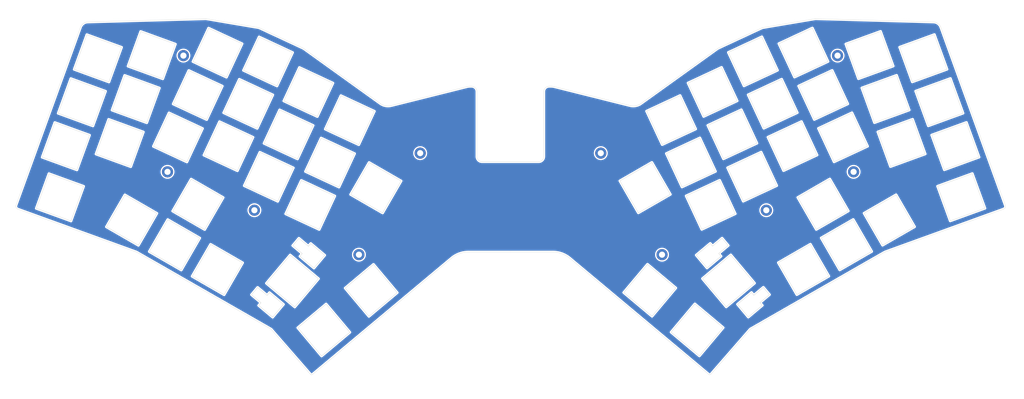
<source format=kicad_pcb>
(kicad_pcb (version 20211014) (generator pcbnew)
  (title_block (title "BumWings_001") (date "2022-10-12") (rev "v0.5") (company "tubby.twins a.k.a. mschnoor"))
  (layers (0 "F.Cu" signal) (31 "B.Cu" signal) (34 "B.Paste" user) (35 "F.Paste" user) (36 "B.SilkS" user "B.Silkscreen") (37 "F.SilkS" user "F.Silkscreen") (38 "B.Mask" user) (39 "F.Mask" user) (44 "Edge.Cuts" user))
  (net 0 "")
  (footprint "BumWings_Plate_Library:Kailh_PG1350_pcb_plate_cutout" (layer "F.Cu") (at 272.19309 97.485812 25)
    (fp_text reference "SW33" hide)
    (fp_text value "SW_PUSH" hide)
    (fp_rect (start 6.92 -6.92) (end -6.92 6.92) (layer "Edge.Cuts") (width 0.12) (fill none))
  )
  (footprint "BumWings_Plate_Library:Kailh_PG1350_pcb_plate_cutout" (layer "F.Cu") (at 129.909012 113.385629 -25)
    (fp_text reference "SW22" hide)
    (fp_text value "SW_PUSH" hide)
    (fp_rect (start 6.92 -6.92) (end -6.92 6.92) (layer "Edge.Cuts") (width 0.12) (fill none))
  )
  (footprint "BumWings_Plate_Library:Kailh_PG1350_pcb_plate_cutout" (layer "F.Cu") (at 321.581774 113.114356 30)
    (fp_text reference "SW43" hide)
    (fp_text value "SW_PUSH" hide)
    (fp_rect (start 6.92 -6.92) (end -6.92 6.92) (layer "Edge.Cuts") (width 0.12) (fill none))
  )
  (footprint "BumWings_Plate_Library:Kailh_PG1350_pcb_plate_cutout" (layer "F.Cu") (at 359.06907 58.476681 20)
    (fp_text reference "SW52" hide)
    (fp_text value "SW_PUSH" hide)
    (fp_rect (start 6.92 -6.92) (end -6.92 6.92) (layer "Edge.Cuts") (width 0.12) (fill none))
  )
  (footprint "BumWings_Plate_Library:Kailh_PG1350_pcb_plate_cutout" (layer "F.Cu") (at 274.514574 160.158374 -40)
    (fp_text reference "SW31" hide)
    (fp_text value "SW_PUSH" hide)
    (fp_rect (start 6.92 -6.92) (end -6.92 6.92) (layer "Edge.Cuts") (width 0.12) (fill none))
  )
  (footprint "BumWings_Plate_Library:Kailh_PG1350_pcb_plate_cutout" (layer "F.Cu") (at 63.144676 119.059231 -30)
    (fp_text reference "SW7" hide)
    (fp_text value "SW_PUSH" hide)
    (fp_rect (start 6.92 -6.92) (end -6.92 6.92) (layer "Edge.Cuts") (width 0.12) (fill none))
  )
  (footprint "BumWings_Plate_Library:M2_Hole_TH" (layer "F.Cu") (at 300.37 115.367937)
    (fp_text reference "" (at 0 -3.2) (layer "F.SilkS"))
    (fp_text value "")
    (pad "" thru_hole circle (at 0 0) (size 4.2 4.2) (drill 2.3) (layers *.Cu *.Mask))
  )
  (footprint "BumWings_Plate_Library:Kailh_PG1350_pcb_plate_cutout" (layer "F.Cu") (at 338.948596 57.286513 20)
    (fp_text reference "SW48" hide)
    (fp_text value "SW_PUSH" hide)
    (fp_rect (start 6.92 -6.92) (end -6.92 6.92) (layer "Edge.Cuts") (width 0.12) (fill none))
  )
  (footprint "BumWings_Plate_Library:Kailh_PG1350_pcb_plate_cutout" (layer "F.Cu") (at 114.410172 102.848268 -25)
    (fp_text reference "SW18" hide)
    (fp_text value "SW_PUSH" hide)
    (fp_rect (start 6.92 -6.92) (end -6.92 6.92) (layer "Edge.Cuts") (width 0.12) (fill none))
  )
  (footprint "BumWings_Plate_Library:Kailh_PG1350_pcb_plate_cutout" (layer "F.Cu") (at 50.528851 58.516111 -20)
    (fp_text reference "SW0" hide)
    (fp_text value "SW_PUSH" hide)
    (fp_rect (start 6.92 -6.92) (end -6.92 6.92) (layer "Edge.Cuts") (width 0.12) (fill none))
  )
  (footprint "BumWings_Plate_Library:Kailh_PG1350_pcb_2u_stab_topplate_cutout" (layer "F.Cu") (at 123.259599 141.850486 50)
    (fp_text reference "SW23" hide)
    (fp_text value "SW_PUSH" hide)
    (fp_line (start -15.15 -3.8) (end -13.8 -3.8) (layer "Edge.Cuts") (width 0.12))
    (fp_line (start -10.2 -3.8) (end -8.85 -3.8) (layer "Edge.Cuts") (width 0.12))
    (fp_line (start 13.8 -3.8) (end 15.15 -3.8) (layer "Edge.Cuts") (width 0.12))
    (fp_line (start 8.85 3.05) (end 15.15 3.05) (layer "Edge.Cuts") (width 0.12))
    (fp_line (start -15.15 3.05) (end -15.15 -3.8) (layer "Edge.Cuts") (width 0.12))
    (fp_line (start 10.2 -8.45) (end 13.8 -8.45) (layer "Edge.Cuts") (width 0.12))
    (fp_line (start 15.15 3.05) (end 15.15 -3.8) (layer "Edge.Cuts") (width 0.12))
    (fp_line (start 8.85 -3.8) (end 10.2 -3.8) (layer "Edge.Cuts") (width 0.12))
    (fp_line (start -15.15 3.05) (end -8.85 3.05) (layer "Edge.Cuts") (width 0.12))
    (fp_line (start 13.8 -8.45) (end 13.8 -3.8) (layer "Edge.Cuts") (width 0.12))
    (fp_line (start -13.8 -8.45) (end -10.2 -8.45) (layer "Edge.Cuts") (width 0.12))
    (fp_line (start 8.85 3.05) (end 8.85 -3.8) (layer "Edge.Cuts") (width 0.12))
    (fp_line (start -10.2 -8.45) (end -10.2 -3.8) (layer "Edge.Cuts") (width 0.12))
    (fp_line (start -8.85 3.05) (end -8.85 -3.8) (layer "Edge.Cuts") (width 0.12))
    (fp_line (start -13.8 -8.45) (end -13.8 -3.8) (layer "Edge.Cuts") (width 0.12))
    (fp_line (start 10.2 -8.45) (end 10.2 -3.8) (layer "Edge.Cuts") (width 0.12))
    (fp_rect (start 6.92 -6.92) (end -6.92 6.92) (layer "Edge.Cuts") (width 0.12) (fill none))
  )
  (footprint "BumWings_Plate_Library:M2_Hole_TH" (layer "F.Cu") (at 327 57.5)
    (fp_text reference "" (at 0 -3.2) (layer "F.SilkS"))
    (fp_text value "")
    (pad "" thru_hole circle (at 0 0) (size 4.2 4.2) (drill 2.3) (layers *.Cu *.Mask))
  )
  (footprint "BumWings_Plate_Library:Kailh_PG1350_pcb_plate_cutout" (layer "F.Cu") (at 70.649325 57.325943 -20)
    (fp_text reference "SW4" hide)
    (fp_text value "SW_PUSH" hide)
    (fp_rect (start 6.92 -6.92) (end -6.92 6.92) (layer "Edge.Cuts") (width 0.12) (fill none))
  )
  (footprint "BumWings_Plate_Library:Kailh_PG1350_pcb_plate_cutout" (layer "F.Cu") (at 38.558145 91.405353 -20)
    (fp_text reference "SW2" hide)
    (fp_text value "SW_PUSH" hide)
    (fp_rect (start 6.92 -6.92) (end -6.92 6.92) (layer "Edge.Cuts") (width 0.12) (fill none))
  )
  (footprint "BumWings_Plate_Library:Kailh_PG1350_pcb_plate_cutout" (layer "F.Cu") (at 95.245805 56.396927 -25)
    (fp_text reference "SW8" hide)
    (fp_text value "SW_PUSH" hide)
    (fp_rect (start 6.92 -6.92) (end -6.92 6.92) (layer "Edge.Cuts") (width 0.12) (fill none))
  )
  (footprint "BumWings_Plate_Library:M2_Hole_TH" (layer "F.Cu") (at 171 94)
    (fp_text reference "" (at 0 -3.2) (layer "F.SilkS"))
    (fp_text value "")
    (pad "" thru_hole circle (at 0 0) (size 4.2 4.2) (drill 2.3) (layers *.Cu *.Mask))
  )
  (footprint "BumWings_Plate_Library:Kailh_PG1350_pcb_plate_cutout" (layer "F.Cu") (at 302.76815 75.504782 25)
    (fp_text reference "SW41" hide)
    (fp_text value "SW_PUSH" hide)
    (fp_rect (start 6.92 -6.92) (end -6.92 6.92) (layer "Edge.Cuts") (width 0.12) (fill none))
  )
  (footprint "BumWings_Plate_Library:M2_Hole_TH" (layer "F.Cu") (at 261.4 132)
    (fp_text reference "" (at 0 -3.2) (layer "F.SilkS"))
    (fp_text value "")
    (pad "" thru_hole circle (at 0 0) (size 4.2 4.2) (drill 2.3) (layers *.Cu *.Mask))
  )
  (footprint "BumWings_Plate_Library:Kailh_PG1350_pcb_plate_cutout" (layer "F.Cu") (at 314.252116 56.357497 25)
    (fp_text reference "SW44" hide)
    (fp_text value "SW_PUSH" hide)
    (fp_rect (start 6.92 -6.92) (end -6.92 6.92) (layer "Edge.Cuts") (width 0.12) (fill none))
  )
  (footprint "BumWings_Plate_Library:Kailh_PG1350_pcb_plate_cutout" (layer "F.Cu") (at 144.700651 81.664856 -25)
    (fp_text reference "SW20" hide)
    (fp_text value "SW_PUSH" hide)
    (fp_rect (start 6.92 -6.92) (end -6.92 6.92) (layer "Edge.Cuts") (width 0.12) (fill none))
  )
  (footprint "BumWings_Plate_Library:Kailh_PG1350_pcb_plate_cutout" (layer "F.Cu") (at 264.797271 81.625425 25)
    (fp_text reference "SW32" hide)
    (fp_text value "SW_PUSH" hide)
    (fp_rect (start 6.92 -6.92) (end -6.92 6.92) (layer "Edge.Cuts") (width 0.12) (fill none))
  )
  (footprint "BumWings_Plate_Library:Kailh_PG1350_pcb_plate_cutout" (layer "F.Cu") (at 121.805992 86.987882 -25)
    (fp_text reference "SW17" hide)
    (fp_text value "SW_PUSH" hide)
    (fp_rect (start 6.92 -6.92) (end -6.92 6.92) (layer "Edge.Cuts") (width 0.12) (fill none))
  )
  (footprint "BumWings_Plate_Library:Kailh_PG1350_pcb_plate_cutout" (layer "F.Cu") (at 255.069491 106.905068 -60)
    (fp_text reference "SW29" hide)
    (fp_text value "SW_PUSH" hide)
    (fp_rect (start 6.92 -6.92) (end -6.92 6.92) (layer "Edge.Cuts") (width 0.12) (fill none))
  )
  (footprint "BumWings_Plate_Library:Kailh_PG1350_pcb_plate_cutout" (layer "F.Cu") (at 373.243111 110.503409 20)
    (fp_text reference "SW55" hide)
    (fp_text value "SW_PUSH" hide)
    (fp_rect (start 6.92 -6.92) (end -6.92 6.92) (layer "Edge.Cuts") (width 0.12) (fill none))
  )
  (footprint "BumWings_Plate_Library:Kailh_PG1350_pcb_plate_cutout" (layer "F.Cu") (at 44.543497 74.960732 -20)
    (fp_text reference "SW1" hide)
    (fp_text value "SW_PUSH" hide)
    (fp_rect (start 6.92 -6.92) (end -6.92 6.92) (layer "Edge.Cuts") (width 0.12) (fill none))
  )
  (footprint "BumWings_Plate_Library:Kailh_PG1350_pcb_plate_cutout" (layer "F.Cu") (at 346.353245 119.019801 30)
    (fp_text reference "SW51" hide)
    (fp_text value "SW_PUSH" hide)
    (fp_rect (start 6.92 -6.92) (end -6.92 6.92) (layer "Edge.Cuts") (width 0.12) (fill none))
  )
  (footprint "BumWings_Plate_Library:Kailh_PG1350_pcb_plate_cutout" (layer "F.Cu") (at 134.983346 160.197806 40)
    (fp_text reference "SW27" hide)
    (fp_text value "SW_PUSH" hide)
    (fp_rect (start 6.92 -6.92) (end -6.92 6.92) (layer "Edge.Cuts") (width 0.12) (fill none))
  )
  (footprint "BumWings_Plate_Library:Kailh_PG1350_pcb_plate_cutout" (layer "F.Cu") (at 279.58891 113.346198 25)
    (fp_text reference "SW34" hide)
    (fp_text value "SW_PUSH" hide)
    (fp_rect (start 6.92 -6.92) (end -6.92 6.92) (layer "Edge.Cuts") (width 0.12) (fill none))
  )
  (footprint "BumWings_Plate_Library:Kailh_PG1350_pcb_plate_cutout" (layer "F.Cu") (at 256.809333 145.321169 -40)
    (fp_text reference "SW30" hide)
    (fp_text value "SW_PUSH" hide)
    (fp_rect (start 6.92 -6.92) (end -6.92 6.92) (layer "Edge.Cuts") (width 0.12) (fill none))
  )
  (footprint "BumWings_Plate_Library:Kailh_PG1350_pcb_plate_cutout" (layer "F.Cu") (at 106.729771 75.544213 -25)
    (fp_text reference "SW13" hide)
    (fp_text value "SW_PUSH" hide)
    (fp_rect (start 6.92 -6.92) (end -6.92 6.92) (layer "Edge.Cuts") (width 0.12) (fill none))
  )
  (footprint "BumWings_Plate_Library:Kailh_PG1350_pcb_plate_cutout" (layer "F.Cu") (at 330.331774 128.2698 30)
    (fp_text reference "SW47" hide)
    (fp_text value "SW_PUSH" hide)
    (fp_rect (start 6.92 -6.92) (end -6.92 6.92) (layer "Edge.Cuts") (width 0.12) (fill none))
  )
  (footprint "BumWings_Plate_Library:Kailh_PG1350_pcb_plate_cutout" (layer "F.Cu") (at 344.933949 73.731134 20)
    (fp_text reference "SW49" hide)
    (fp_text value "SW_PUSH" hide)
    (fp_rect (start 6.92 -6.92) (end -6.92 6.92) (layer "Edge.Cuts") (width 0.12) (fill none))
  )
  (footprint "BumWings_Plate_Library:Kailh_PG1350_pcb_plate_cutout" (layer "F.Cu") (at 99.333951 91.404599 -25)
    (fp_text reference "SW14" hide)
    (fp_text value "SW_PUSH" hide)
    (fp_rect (start 6.92 -6.92) (end -6.92 6.92) (layer "Edge.Cuts") (width 0.12) (fill none))
  )
  (footprint "BumWings_Plate_Library:Kailh_PG1350_pcb_plate_cutout" (layer "F.Cu") (at 36.354811 110.54284 -20)
    (fp_text reference "SW3" hide)
    (fp_text value "SW_PUSH" hide)
    (fp_rect (start 6.92 -6.92) (end -6.92 6.92) (layer "Edge.Cuts") (width 0.12) (fill none))
  )
  (footprint "BumWings_Plate_Library:Kailh_PG1350_pcb_plate_cutout" (layer "F.Cu") (at 129.201811 71.127495 -25)
    (fp_text reference "SW16" hide)
    (fp_text value "SW_PUSH" hide)
    (fp_rect (start 6.92 -6.92) (end -6.92 6.92) (layer "Edge.Cuts") (width 0.12) (fill none))
  )
  (footprint "BumWings_Plate_Library:Kailh_PG1350_pcb_2u_stab_topplate_cutout" (layer "F.Cu") (at 286.238322 141.811055 -50)
    (fp_text reference "SW35" hide)
    (fp_text value "SW_PUSH" hide)
    (fp_line (start 8.85 3.05) (end 15.15 3.05) (layer "Edge.Cuts") (width 0.12))
    (fp_line (start -10.2 -8.45) (end -10.2 -3.8) (layer "Edge.Cuts") (width 0.12))
    (fp_line (start -15.15 3.05) (end -15.15 -3.8) (layer "Edge.Cuts") (width 0.12))
    (fp_line (start -13.8 -8.45) (end -13.8 -3.8) (layer "Edge.Cuts") (width 0.12))
    (fp_line (start 10.2 -8.45) (end 10.2 -3.8) (layer "Edge.Cuts") (width 0.12))
    (fp_line (start 8.85 -3.8) (end 10.2 -3.8) (layer "Edge.Cuts") (width 0.12))
    (fp_line (start -10.2 -3.8) (end -8.85 -3.8) (layer "Edge.Cuts") (width 0.12))
    (fp_line (start -13.8 -8.45) (end -10.2 -8.45) (layer "Edge.Cuts") (width 0.12))
    (fp_line (start -8.85 3.05) (end -8.85 -3.8) (layer "Edge.Cuts") (width 0.12))
    (fp_line (start 10.2 -8.45) (end 13.8 -8.45) (layer "Edge.Cuts") (width 0.12))
    (fp_line (start 13.8 -3.8) (end 15.15 -3.8) (layer "Edge.Cuts") (width 0.12))
    (fp_line (start 13.8 -8.45) (end 13.8 -3.8) (layer "Edge.Cuts") (width 0.12))
    (fp_line (start -15.15 3.05) (end -8.85 3.05) (layer "Edge.Cuts") (width 0.12))
    (fp_line (start -15.15 -3.8) (end -13.8 -3.8) (layer "Edge.Cuts") (width 0.12))
    (fp_line (start 8.85 3.05) (end 8.85 -3.8) (layer "Edge.Cuts") (width 0.12))
    (fp_line (start 15.15 3.05) (end 15.15 -3.8) (layer "Edge.Cuts") (width 0.12))
    (fp_rect (start 6.92 -6.92) (end -6.92 6.92) (layer "Edge.Cuts") (width 0.12) (fill none))
  )
  (footprint "BumWings_Plate_Library:M2_Hole_TH" (layer "F.Cu") (at 333 101)
    (fp_text reference "" (at 0 -3.2) (layer "F.SilkS"))
    (fp_text value "")
    (pad "" thru_hole circle (at 0 0) (size 4.2 4.2) (drill 2.3) (layers *.Cu *.Mask))
  )
  (footprint "BumWings_Plate_Library:M2_Hole_TH" (layer "F.Cu") (at 109.03 115.367937)
    (fp_text reference "" (at 0 -3.2) (layer "F.SilkS"))
    (fp_text value "")
    (pad "" thru_hole circle (at 0 0) (size 4.2 4.2) (drill 2.3) (layers *.Cu *.Mask))
  )
  (footprint "BumWings_Plate_Library:Kailh_PG1350_pcb_plate_cutout" (layer "F.Cu") (at 365.054423 74.921302 20)
    (fp_text reference "SW53" hide)
    (fp_text value "SW_PUSH" hide)
    (fp_rect (start 6.92 -6.92) (end -6.92 6.92) (layer "Edge.Cuts") (width 0.12) (fill none))
  )
  (footprint "BumWings_Plate_Library:Kailh_PG1350_pcb_plate_cutout" (layer "F.Cu") (at 95.187617 137.559231 -30)
    (fp_text reference "SW19" hide)
    (fp_text value "SW_PUSH" hide)
    (fp_rect (start 6.92 -6.92) (end -6.92 6.92) (layer "Edge.Cuts") (width 0.12) (fill none))
  )
  (footprint "BumWings_Plate_Library:Kailh_PG1350_pcb_plate_cutout" (layer "F.Cu") (at 280.29611 71.088065 25)
    (fp_text reference "SW36" hide)
    (fp_text value "SW_PUSH" hide)
    (fp_rect (start 6.92 -6.92) (end -6.92 6.92) (layer "Edge.Cuts") (width 0.12) (fill none))
  )
  (footprint "BumWings_Plate_Library:Kailh_PG1350_pcb_plate_cutout" (layer "F.Cu") (at 64.663972 73.770564 -20)
    (fp_text reference "SW5" hide)
    (fp_text value "SW_PUSH" hide)
    (fp_rect (start 6.92 -6.92) (end -6.92 6.92) (layer "Edge.Cuts") (width 0.12) (fill none))
  )
  (footprint "BumWings_Plate_Library:Kailh_PG1350_pcb_plate_cutout" (layer "F.Cu") (at 154.428429 106.944499 60)
    (fp_text reference "SW25" hide)
    (fp_text value "SW_PUSH" hide)
    (fp_rect (start 6.92 -6.92) (end -6.92 6.92) (layer "Edge.Cuts") (width 0.12) (fill none))
  )
  (footprint "BumWings_Plate_Library:Kailh_PG1350_pcb_plate_cutout" (layer "F.Cu") (at 152.688585 145.360597 40)
    (fp_text reference "SW26" hide)
    (fp_text value "SW_PUSH" hide)
    (fp_rect (start 6.92 -6.92) (end -6.92 6.92) (layer "Edge.Cuts") (width 0.12) (fill none))
  )
  (footprint "BumWings_Plate_Library:Kailh_PG1350_pcb_plate_cutout" (layer "F.Cu") (at 114.12559 59.683826 -25)
    (fp_text reference "SW12" hide)
    (fp_text value "SW_PUSH" hide)
    (fp_rect (start 6.92 -6.92) (end -6.92 6.92) (layer "Edge.Cuts") (width 0.12) (fill none))
  )
  (footprint "BumWings_Plate_Library:Kailh_PG1350_pcb_plate_cutout" (layer "F.Cu") (at 295.372331 59.644396 25)
    (fp_text reference "SW40" hide)
    (fp_text value "SW_PUSH" hide)
    (fp_rect (start 6.92 -6.92) (end -6.92 6.92) (layer "Edge.Cuts") (width 0.12) (fill none))
  )
  (footprint "BumWings_Plate_Library:Kailh_PG1350_pcb_plate_cutout" (layer "F.Cu") (at 310.16397 91.365168 25)
    (fp_text reference "SW42" hide)
    (fp_text value "SW_PUSH" hide)
    (fp_rect (start 6.92 -6.92) (end -6.92 6.92) (layer "Edge.Cuts") (width 0.12) (fill none))
  )
  (footprint "BumWings_Plate_Library:Kailh_PG1350_pcb_plate_cutout" (layer "F.Cu") (at 87.916147 113.153787 -30)
    (fp_text reference "SW15" hide)
    (fp_text value "SW_PUSH" hide)
    (fp_rect (start 6.92 -6.92) (end -6.92 6.92) (layer "Edge.Cuts") (width 0.12) (fill none))
  )
  (footprint "BumWings_Plate_Library:Kailh_PG1350_pcb_plate_cutout" (layer "F.Cu") (at 58.67862 90.215185 -20)
    (fp_text reference "SW6" hide)
    (fp_text value "SW_PUSH" hide)
    (fp_rect (start 6.92 -6.92) (end -6.92 6.92) (layer "Edge.Cuts") (width 0.12) (fill none))
  )
  (footprint "BumWings_Plate_Library:M2_Hole_TH" (layer "F.Cu") (at 148.1 132)
    (fp_text reference "" (at 0 -3.2) (layer "F.SilkS"))
    (fp_text value "")
    (pad "" thru_hole circle (at 0 0) (size 4.2 4.2) (drill 2.3) (layers *.Cu *.Mask))
  )
  (footprint "BumWings_Plate_Library:Kailh_PG1350_pcb_plate_cutout" (layer "F.Cu") (at 371.039776 91.365923 20)
    (fp_text reference "SW54" hide)
    (fp_text value "SW_PUSH" hide)
    (fp_rect (start 6.92 -6.92) (end -6.92 6.92) (layer "Edge.Cuts") (width 0.12) (fill none))
  )
  (footprint "BumWings_Plate_Library:M2_Hole_TH" (layer "F.Cu") (at 82.5 57.5)
    (fp_text reference "" (at 0 -3.2) (layer "F.SilkS"))
    (fp_text value "")
    (pad "" thru_hole circle (at 0 0) (size 4.2 4.2) (drill 2.3) (layers *.Cu *.Mask))
  )
  (footprint "BumWings_Plate_Library:Kailh_PG1350_pcb_plate_cutout" (layer "F.Cu") (at 295.087749 102.808838 25)
    (fp_text reference "SW38" hide)
    (fp_text value "SW_PUSH" hide)
    (fp_rect (start 6.92 -6.92) (end -6.92 6.92) (layer "Edge.Cuts") (width 0.12) (fill none))
  )
  (footprint "BumWings_Plate_Library:Kailh_PG1350_pcb_plate_cutout" (layer "F.Cu") (at 314.310304 137.5198 30)
    (fp_text reference "SW39" hide)
    (fp_text value "SW_PUSH" hide)
    (fp_rect (start 6.92 -6.92) (end -6.92 6.92) (layer "Edge.Cuts") (width 0.12) (fill none))
  )
  (footprint "BumWings_Plate_Library:Kailh_PG1350_pcb_plate_cutout" (layer "F.Cu") (at 350.919301 90.175754 20)
    (fp_text reference "SW50" hide)
    (fp_text value "SW_PUSH" hide)
    (fp_rect (start 6.92 -6.92) (end -6.92 6.92) (layer "Edge.Cuts") (width 0.12) (fill none))
  )
  (footprint "BumWings_Plate_Library:Kailh_PG1350_pcb_plate_cutout" (layer "F.Cu") (at 287.691929 86.948451 25)
    (fp_text reference "SW37" hide)
    (fp_text value "SW_PUSH" hide)
    (fp_rect (start 6.92 -6.92) (end -6.92 6.92) (layer "Edge.Cuts") (width 0.12) (fill none))
  )
  (footprint "BumWings_Plate_Library:Kailh_PG1350_pcb_plate_cutout" (layer "F.Cu") (at 80.454166 88.1177 -25)
    (fp_text reference "SW10" hide)
    (fp_text value "SW_PUSH" hide)
    (fp_rect (start 6.92 -6.92) (end -6.92 6.92) (layer "Edge.Cuts") (width 0.12) (fill none))
  )
  (footprint "BumWings_Plate_Library:M2_Hole_TH" (layer "F.Cu") (at 238.5 94)
    (fp_text reference "" (at 0 -3.2) (layer "F.SilkS"))
    (fp_text value "")
    (pad "" thru_hole circle (at 0 0) (size 4.2 4.2) (drill 2.3) (layers *.Cu *.Mask))
  )
  (footprint "BumWings_Plate_Library:Kailh_PG1350_pcb_plate_cutout" (layer "F.Cu") (at 137.304831 97.525243 -25)
    (fp_text reference "SW21" hide)
    (fp_text value "SW_PUSH" hide)
    (fp_rect (start 6.92 -6.92) (end -6.92 6.92) (layer "Edge.Cuts") (width 0.12) (fill none))
  )
  (footprint "BumWings_Plate_Library:Kailh_PG1350_pcb_plate_cutout" (layer "F.Cu") (at 329.043755 88.078269 25)
    (fp_text reference "SW46" hide)
    (fp_text value "SW_PUSH" hide)
    (fp_rect (start 6.92 -6.92) (end -6.92 6.92) (layer "Edge.Cuts") (width 0.12) (fill none))
  )
  (footprint "BumWings_Plate_Library:M2_Hole_TH" (layer "F.Cu") (at 76.55 101)
    (fp_text reference "" (at 0 -3.2) (layer "F.SilkS"))
    (fp_text value "")
    (pad "" thru_hole circle (at 0 0) (size 4.2 4.2) (drill 2.3) (layers *.Cu *.Mask))
  )
  (footprint "BumWings_Plate_Library:Kailh_PG1350_pcb_plate_cutout" (layer "F.Cu") (at 321.647936 72.217883 25)
    (fp_text reference "SW45" hide)
    (fp_text value "SW_PUSH" hide)
    (fp_rect (start 6.92 -6.92) (end -6.92 6.92) (layer "Edge.Cuts") (width 0.12) (fill none))
  )
  (footprint "BumWings_Plate_Library:Kailh_PG1350_pcb_plate_cutout" (layer "F.Cu") (at 79.166147 128.309231 -30)
    (fp_text reference "SW11" hide)
    (fp_text value "SW_PUSH" hide)
    (fp_rect (start 6.92 -6.92) (end -6.92 6.92) (layer "Edge.Cuts") (width 0.12) (fill none))
  )
  (footprint "BumWings_Plate_Library:Kailh_PG1350_pcb_plate_cutout" (layer "F.Cu") (at 87.849985 72.257314 -25)
    (fp_text reference "SW9" hide)
    (fp_text value "SW_PUSH" hide)
    (fp_rect (start 6.92 -6.92) (end -6.92 6.92) (layer "Edge.Cuts") (width 0.12) (fill none))
  )
  (gr_poly (pts (xy 217.93 101.458) (xy 217.938183 101.507606) (xy 217.942779 101.556698) (xy 217.943623 101.605703) (xy 217.940551 101.655049) (xy 217.933398 101.705163) (xy 217.922001 101.756475) (xy 217.906194 101.809411) (xy 217.885815 101.8644) (xy 217.860697 101.92187) (xy 217.830678 101.982248) (xy 217.795592 102.045962) (xy 217.755276 102.11344) (xy 217.709564 102.18511) (xy 217.658293 102.2614) (xy 217.601299 102.342737) (xy 217.538416 102.429551) (xy 217.495567 102.488512) (xy 217.456569 102.543462) (xy 217.421205 102.594852) (xy 217.389258 102.643135) (xy 217.36051 102.688765) (xy 217.334745 102.732192) (xy 217.311746 102.773871) (xy 217.291296 102.814254) (xy 217.273177 102.853794) (xy 217.257173 102.892943) (xy 217.243066 102.932153) (xy 217.23064 102.971879) (xy 217.219677 103.012572) (xy 217.209961 103.054685) (xy 217.201274 103.098671) (xy 217.1934 103.144982) (xy 217.190033 103.165349) (xy 217.18631 103.185878) (xy 217.177956 103.226872) (xy 217.168658 103.266874) (xy 217.15874 103.304792) (xy 217.148525 103.339535) (xy 217.143406 103.355375) (xy 217.138334 103.370012) (xy 217.133348 103.383309) (xy 217.12849 103.395131) (xy 217.123799 103.40534) (xy 217.119315 103.4138) (xy 217.06002 103.496606) (xy 216.94102 103.648816) (xy 216.591473 104.079492) (xy 216.20581 104.541917) (xy 216.041665 104.733815) (xy 215.919167 104.872183) (xy 215.870918 104.9246) (xy 215.81932 104.979174) (xy 215.765986 105.034294) (xy 215.712528 105.088348) (xy 215.660558 105.139723) (xy 215.611688 105.186806) (xy 215.567532 105.227986) (xy 215.5297 105.26165) (xy 215.502009 105.285309) (xy 215.47754 105.306456) (xy 215.45609 105.325358) (xy 215.437459 105.342282) (xy 215.421445 105.357494) (xy 215.407846 105.371262) (xy 215.40189 105.377687) (xy 215.396461 105.383851) (xy 215.391536 105.389788) (xy 215.387089 105.395529) (xy 215.383094 105.40111) (xy 215.379527 105.406562) (xy 215.376362 105.41192) (xy 215.373574 105.417217) (xy 215.371139 105.422486) (xy 215.369029 105.42776) (xy 215.367222 105.433073) (xy 215.365691 105.438458) (xy 215.36441 105.443949) (xy 215.363356 105.449578) (xy 215.362503 105.455379) (xy 215.361825 105.461386) (xy 215.360895 105.474149) (xy 215.360366 105.488134) (xy 215.357881 105.541372) (xy 215.351999 105.593959) (xy 215.342693 105.645938) (xy 215.32994 105.697353) (xy 215.313713 105.748247) (xy 215.29399 105.798663) (xy 215.270744 105.848646) (xy 215.243951 105.898238) (xy 215.213586 105.947482) (xy 215.179624 105.996423) (xy 215.142041 106.045103) (xy 215.100811 106.093566) (xy 215.055911 106.141856) (xy 215.007314 106.190015) (xy 214.954997 106.238088) (xy 214.898934 106.286117) (xy 214.870422 106.311025) (xy 214.858328 106.322482) (xy 214.84744 106.333775) (xy 214.837582 106.345278) (xy 214.828576 106.357368) (xy 214.820247 106.370419) (xy 214.812416 106.384806) (xy 214.804908 106.400905) (xy 214.797545 106.41909) (xy 214.790152 106.439738) (xy 214.782551 106.463222) (xy 214.766018 106.520203) (xy 214.746534 106.593034) (xy 214.716549 106.704826) (xy 214.686635 106.80981) (xy 214.656367 106.908865) (xy 214.625322 107.002873) (xy 214.593073 107.092713) (xy 214.559197 107.179267) (xy 214.523268 107.263415) (xy 214.484861 107.346037) (xy 214.443553 107.428015) (xy 214.398917 107.510228) (xy 214.35053 107.593557) (xy 214.297966 107.678883) (xy 214.240801 107.767086) (xy 214.17861 107.859047) (xy 214.037451 108.057766) (xy 214.026186 108.07365) (xy 214.016189 108.088003) (xy 214.007438 108.10088) (xy 213.999912 108.112336) (xy 213.996602 108.11755) (xy 213.99359 108.122429) (xy 213.990873 108.126981) (xy 213.988448 108.131213) (xy 213.986314 108.135132) (xy 213.984467 108.138744) (xy 213.982904 108.142058) (xy 213.981623 108.145079) (xy 213.980621 108.147815) (xy 213.979895 108.150272) (xy 213.979443 108.152459) (xy 213.979262 108.154381) (xy 213.979272 108.155245) (xy 213.979349 108.156045) (xy 213.979493 108.156783) (xy 213.979702 108.15746) (xy 213.979977 108.158075) (xy 213.980317 108.158631) (xy 213.980723 108.159127) (xy 213.981193 108.159565) (xy 213.981727 108.159946) (xy 213.982326 108.16027) (xy 213.982988 108.160539) (xy 213.983713 108.160753) (xy 213.985353 108.16102) (xy 213.987241 108.161078) (xy 213.989376 108.160935) (xy 213.991755 108.160598) (xy 213.994375 108.160073) (xy 213.997233 108.159367) (xy 214.181946 108.11841) (xy 214.518066 108.056742) (xy 215.431805 107.905102) (xy 216.312999 107.772116) (xy 216.60844 107.733764) (xy 216.696604 107.725324) (xy 216.7362 107.725451) (xy 216.738615 107.72679) (xy 216.740314 107.7292) (xy 216.741313 107.732645) (xy 216.741628 107.737092) (xy 216.74027 107.748853) (xy 216.736366 107.764211) (xy 216.730043 107.782893) (xy 216.721429 107.804626) (xy 216.710651 107.829137) (xy 216.697836 107.856154) (xy 216.666602 107.916611) (xy 216.628746 107.983815) (xy 216.585284 108.055584) (xy 216.537232 108.129733) (xy 216.494391 108.193385) (xy 216.450586 108.255166) (xy 216.405497 108.315392) (xy 216.358805 108.374374) (xy 216.310191 108.432425) (xy 216.259334 108.48986) (xy 216.205917 108.546991) (xy 216.149619 108.604131) (xy 216.090122 108.661594) (xy 216.027105 108.719692) (xy 215.960249 108.778739) (xy 215.889236 108.839048) (xy 215.813746 108.900932) (xy 215.733459 108.964704) (xy 215.557217 109.099166) (xy 214.985717 109.524617) (xy 214.849147 109.628916) (xy 214.71905 109.735125) (xy 214.590988 109.847536) (xy 214.46052 109.970439) (xy 214.323205 110.108126) (xy 214.174604 110.264887) (xy 214.010277 110.445015) (xy 213.825783 110.6528) (xy 213.651952 110.847732) (xy 213.497172 111.020042) (xy 213.37811 111.151076) (xy 213.337183 111.195286) (xy 213.311436 111.222182) (xy 213.292474 111.23923) (xy 213.271467 111.256165) (xy 213.248648 111.272877) (xy 213.224254 111.289255) (xy 213.198521 111.305186) (xy 213.171685 111.320559) (xy 213.14398 111.335262) (xy 213.115642 111.349183) (xy 213.086908 111.362212) (xy 213.058012 111.374236) (xy 213.029191 111.385144) (xy 213.00068 111.394824) (xy 212.972715 111.403165) (xy 212.945531 111.410054) (xy 212.919364 111.415381) (xy 212.89445 111.419033) (xy 212.880933 111.421278) (xy 212.867971 111.424193) (xy 212.855276 111.428) (xy 212.842559 111.432924) (xy 212.829532 111.439187) (xy 212.815906 111.447013) (xy 212.801394 111.456625) (xy 212.785707 111.468245) (xy 212.768556 111.482099) (xy 212.749653 111.498408) (xy 212.728711 111.517396) (xy 212.705439 111.539286) (xy 212.650757 111.592665) (xy 212.5833 111.660333) (xy 212.432186 111.807631) (xy 212.276483 111.950118) (xy 212.114975 112.088735) (xy 211.946448 112.224425) (xy 211.769686 112.35813) (xy 211.583473 112.490794) (xy 211.386594 112.623358) (xy 211.177834 112.756765) (xy 211.099526 112.806549) (xy 211.065571 112.828603) (xy 211.034761 112.84904) (xy 211.006852 112.868062) (xy 210.981604 112.885875) (xy 210.958775 112.902683) (xy 210.938122 112.918691) (xy 210.919404 112.934104) (xy 210.902378 112.949127) (xy 210.886804 112.963963) (xy 210.872439 112.978818) (xy 210.859041 112.993896) (xy 210.846369 113.009401) (xy 210.834181 113.02554) (xy 210.822234 113.042515) (xy 210.800563 113.072598) (xy 210.775469 113.10468) (xy 210.747299 113.138431) (xy 210.716401 113.173518) (xy 210.683121 113.209609) (xy 210.647808 113.246374) (xy 210.610807 113.283479) (xy 210.572467 113.320594) (xy 210.533135 113.357386) (xy 210.493159 113.393524) (xy 210.452884 113.428676) (xy 210.412659 113.46251) (xy 210.372831 113.494695) (xy 210.333747 113.524898) (xy 210.295755 113.552788) (xy 210.259201 113.578034) (xy 210.175684 113.632558) (xy 210.088346 113.686016) (xy 209.994361 113.739921) (xy 209.890901 113.795785) (xy 209.775137 113.855122) (xy 209.644243 113.919444) (xy 209.49539 113.990265) (xy 209.325751 114.069099) (xy 209.123291 114.162414) (xy 208.952259 114.242533) (xy 208.807569 114.312135) (xy 208.684136 114.373899) (xy 208.576877 114.430503) (xy 208.480705 114.484627) (xy 208.390535 114.53895) (xy 208.301284 114.59615) (xy 208.25513 114.627322) (xy 208.208179 114.661084) (xy 208.160776 114.697097) (xy 208.113264 114.735023) (xy 208.065988 114.774524) (xy 208.019292 114.815262) (xy 207.97352 114.856899) (xy 207.929015 114.899097) (xy 207.886124 114.941519) (xy 207.845188 114.983826) (xy 207.806553 115.02568) (xy 207.770563 115.066744) (xy 207.737562 115.106679) (xy 207.707895 115.145147) (xy 207.681904 115.181811) (xy 207.659935 115.216332) (xy 207.590084 115.334865) (xy 207.643001 115.502082) (xy 207.670505 115.592888) (xy 207.699919 115.698701) (xy 207.730177 115.814882) (xy 207.760211 115.936793) (xy 207.788955 116.059795) (xy 207.815344 116.179251) (xy 207.838309 116.29052) (xy 207.856784 116.388966) (xy 207.896583 116.645997) (xy 207.927924 116.907715) (xy 207.950881 117.173253) (xy 207.965528 117.441743) (xy 207.97194 117.712317) (xy 207.970191 117.984106) (xy 207.960356 118.256243) (xy 207.942509 118.527858) (xy 207.916725 118.798084) (xy 207.883077 119.066054) (xy 207.841641 119.330897) (xy 207.792491 119.591748) (xy 207.7357 119.847736) (xy 207.671345 120.097994) (xy 207.599498 120.341655) (xy 207.520235 120.577849) (xy 207.505671 120.618503) (xy 207.492829 120.654144) (xy 207.481543 120.685066) (xy 207.47165 120.711563) (xy 207.467174 120.723244) (xy 207.462984 120.73393) (xy 207.459061 120.743657) (xy 207.455382 120.752462) (xy 207.451929 120.760381) (xy 207.448679 120.767452) (xy 207.445614 120.773712) (xy 207.442711 120.779197) (xy 207.439952 120.783944) (xy 207.437314 120.78799) (xy 207.436034 120.789761) (xy 207.434778 120.791371) (xy 207.433541 120.792824) (xy 207.432322 120.794125) (xy 207.431119 120.795278) (xy 207.429928 120.796289) (xy 207.428747 120.79716) (xy 207.427573 120.797898) (xy 207.426404 120.798507) (xy 207.425238 120.798991) (xy 207.424071 120.799354) (xy 207.422901 120.799603) (xy 207.421726 120.79974) (xy 207.420543 120.799772) (xy 207.419349 120.799701) (xy 207.418142 120.799534) (xy 207.41692 120.799274) (xy 207.415679 120.798927) (xy 207.413132 120.797986) (xy 207.410482 120.79675) (xy 207.407707 120.795254) (xy 207.404787 120.793536) (xy 207.401701 120.791632) (xy 207.398326 120.789299) (xy 207.395339 120.786266) (xy 207.39273 120.782525) (xy 207.390489 120.778072) (xy 207.388609 120.772899) (xy 207.387079 120.767001) (xy 207.38589 120.760371) (xy 207.385032 120.753003) (xy 207.384497 120.74489) (xy 207.384276 120.736028) (xy 207.384358 120.726409) (xy 207.384735 120.716027) (xy 207.386334 120.69295) (xy 207.389001 120.666749) (xy 207.390837 120.654473) (xy 207.392379 120.643052) (xy 207.393629 120.6325) (xy 207.39459 120.622828) (xy 207.395267 120.614049) (xy 207.395661 120.606176) (xy 207.395753 120.602583) (xy 207.395776 120.59922) (xy 207.39573 120.596091) (xy 207.395616 120.593195) (xy 207.395433 120.590535) (xy 207.395182 120.588112) (xy 207.394864 120.585928) (xy 207.394479 120.583984) (xy 207.394027 120.582282) (xy 207.393509 120.580824) (xy 207.392925 120.57961) (xy 207.392275 120.578643) (xy 207.391561 120.577924) (xy 207.390781 120.577454) (xy 207.390367 120.577314) (xy 207.389938 120.577236) (xy 207.38903 120.57727) (xy 207.388059 120.577559) (xy 207.387024 120.578103) (xy 207.385927 120.578905) (xy 207.384768 120.579966) (xy 207.375602 120.59255) (xy 207.358276 120.621109) (xy 207.303011 120.718608) (xy 207.226712 120.857382) (xy 207.137117 121.02235) (xy 207.01524 121.247643) (xy 206.960258 121.347502) (xy 206.909014 121.439201) (xy 206.861328 121.523012) (xy 206.817025 121.599208) (xy 206.775929 121.668061) (xy 206.737861 121.729845) (xy 206.702646 121.784833) (xy 206.670107 121.833297) (xy 206.640067 121.875511) (xy 206.612349 121.911746) (xy 206.586777 121.942277) (xy 206.563174 121.967375) (xy 206.541363 121.987314) (xy 206.531074 121.995433) (xy 206.521167 122.002366) (xy 206.512517 122.007573) (xy 206.504751 122.01208) (xy 206.49776 122.015881) (xy 206.494521 122.017514) (xy 206.491435 122.018968) (xy 206.488489 122.020242) (xy 206.485668 122.021335) (xy 206.48296 122.022247) (xy 206.480351 122.022977) (xy 206.477827 122.023525) (xy 206.475375 122.023888) (xy 206.472981 122.024067) (xy 206.470632 122.02406) (xy 206.468313 122.023868) (xy 206.466012 122.023489) (xy 206.463715 122.022922) (xy 206.461409 122.022167) (xy 206.459078 122.021223) (xy 206.456712 122.020089) (xy 206.454294 122.018764) (xy 206.451813 122.017248) (xy 206.449255 122.015539) (xy 206.446605 122.013638) (xy 206.440978 122.009253) (xy 206.434824 122.004086) (xy 206.428034 121.998132) (xy 206.423674 121.994265) (xy 206.419344 121.990608) (xy 206.415077 121.987175) (xy 206.410902 121.983977) (xy 206.406852 121.981027) (xy 206.402956 121.978338) (xy 206.399247 121.975922) (xy 206.395755 121.973791) (xy 206.39251 121.971958) (xy 206.389545 121.970434) (xy 206.38689 121.969233) (xy 206.384576 121.968367) (xy 206.383556 121.968063) (xy 206.382634 121.967848) (xy 206.381812 121.967723) (xy 206.381095 121.967689) (xy 206.380486 121.967748) (xy 206.37999 121.967901) (xy 206.37961 121.968151) (xy 206.37935 121.968498) (xy 206.35729 121.999852) (xy 206.302886 122.079624) (xy 206.129584 122.336799) (xy 206.00146 122.522834) (xy 205.831663 122.76463) (xy 205.642023 123.030635) (xy 205.454367 123.289299) (xy 205.146082 123.718234) (xy 204.877609 124.104183) (xy 204.645301 124.453172) (xy 204.541569 124.615691) (xy 204.445511 124.771231) (xy 204.356672 124.920544) (xy 204.274595 125.064385) (xy 204.198824 125.203506) (xy 204.128904 125.338662) (xy 204.06438 125.470606) (xy 204.004794 125.600091) (xy 203.949692 125.72787) (xy 203.898617 125.854698) (xy 203.89085 125.874921) (xy 203.883408 125.893547) (xy 203.87627 125.910616) (xy 203.869414 125.926169) (xy 203.862819 125.940246) (xy 203.856462 125.952888) (xy 203.853366 125.958683) (xy 203.850322 125.964134) (xy 203.847327 125.969247) (xy 203.844378 125.974026) (xy 203.841472 125.978476) (xy 203.838607 125.982603) (xy 203.83578 125.98641) (xy 203.832989 125.989905) (xy 203.83023 125.993091) (xy 203.8275 125.995973) (xy 203.824798 125.998557) (xy 203.82212 126.000848) (xy 203.819464 126.00285) (xy 203.816827 126.004569) (xy 203.814206 126.00601) (xy 203.811599 126.007177) (xy 203.809003 126.008076) (xy 203.806415 126.008712) (xy 203.803832 126.00909) (xy 203.801252 126.009215) (xy 203.795603 126.009004) (xy 203.790165 126.008373) (xy 203.784941 126.007321) (xy 203.779932 126.00585) (xy 203.775138 126.00396) (xy 203.77056 126.001653) (xy 203.7662 125.998928) (xy 203.76206 125.995787) (xy 203.758139 125.992231) (xy 203.75444 125.98826) (xy 203.750963 125.983875) (xy 203.74771 125.979077) (xy 203.741879 125.968245) (xy 203.736957 125.955769) (xy 203.732953 125.941656) (xy 203.729875 125.925912) (xy 203.727734 125.908544) (xy 203.726539 125.889557) (xy 203.726299 125.868958) (xy 203.727023 125.846753) (xy 203.728721 125.822948) (xy 203.731402 125.797549) (xy 203.7356 125.753404) (xy 203.737706 125.715458) (xy 203.737461 125.683756) (xy 203.736377 125.670261) (xy 203.734609 125.658345) (xy 203.732125 125.648013) (xy 203.728892 125.639272) (xy 203.724879 125.632126) (xy 203.720053 125.626582) (xy 203.714382 125.622646) (xy 203.707834 125.620324) (xy 203.700377 125.619621) (xy 203.691978 125.620542) (xy 203.682606 125.623095) (xy 203.672228 125.627285) (xy 203.660812 125.633117) (xy 203.648326 125.640597) (xy 203.620015 125.660526) (xy 203.587038 125.687118) (xy 203.549137 125.72042) (xy 203.506055 125.760478) (xy 203.457535 125.807338) (xy 203.403319 125.861048) (xy 203.361517 125.902888) (xy 203.323303 125.940377) (xy 203.288493 125.973632) (xy 203.272308 125.988706) (xy 203.256905 126.002765) (xy 203.242261 126.015823) (xy 203.228355 126.027893) (xy 203.215162 126.03899) (xy 203.202661 126.049129) (xy 203.190827 126.058324) (xy 203.179639 126.066589) (xy 203.169074 126.073939) (xy 203.159108 126.080387) (xy 203.149718 126.085949) (xy 203.140883 126.090638) (xy 203.132578 126.09447) (xy 203.124782 126.097457) (xy 203.117471 126.099615) (xy 203.110622 126.100958) (xy 203.104213 126.101501) (xy 203.09822 126.101257) (xy 203.092621 126.100241) (xy 203.087394 126.098467) (xy 203.082514 126.09595) (xy 203.077959 126.092704) (xy 203.073707 126.088743) (xy 203.069734 126.084082) (xy 203.066017 126.078735) (xy 203.062535 126.072716) (xy 203.052863 126.051484) (xy 203.043704 126.025194) (xy 203.035071 125.994) (xy 203.026981 125.958052) (xy 203.012491 125.872505) (xy 203.000357 125.769768) (xy 202.990704 125.651057) (xy 202.983655 125.517587) (xy 202.979335 125.370573) (xy 202.977868 125.211232) (xy 202.977868 124.758266) (xy 202.888967 124.81965) (xy 202.869424 124.834381) (xy 202.845931 124.853756) (xy 202.78836 124.905176) (xy 202.718783 124.97138) (xy 202.63973 125.049836) (xy 202.553733 125.138017) (xy 202.463319 125.233391) (xy 202.371021 125.333428) (xy 202.279368 125.435599) (xy 202.24956 125.468686) (xy 202.218212 125.501963) (xy 202.185518 125.535271) (xy 202.151674 125.568452) (xy 202.116874 125.601348) (xy 202.081315 125.6338) (xy 202.045192 125.665651) (xy 202.008699 125.696742) (xy 201.972034 125.726915) (xy 201.935389 125.756013) (xy 201.898962 125.783876) (xy 201.862947 125.810348) (xy 201.82754 125.835269) (xy 201.792936 125.858482) (xy 201.75933 125.879828) (xy 201.726918 125.89915) (xy 201.70123 125.91307) (xy 201.673617 125.926969) (xy 201.644435 125.940724) (xy 201.61404 125.954216) (xy 201.582789 125.967324) (xy 201.55104 125.979926) (xy 201.519148 125.991902) (xy 201.487469 126.003131) (xy 201.456362 126.013491) (xy 201.426181 126.022863) (xy 201.397284 126.031124) (xy 201.370027 126.038155) (xy 201.344767 126.043833) (xy 201.321861 126.048039) (xy 201.301664 126.050651) (xy 201.284534 126.051549) (xy 201.271022 126.05113) (xy 201.258989 126.049585) (xy 201.248327 126.046484) (xy 201.238926 126.041396) (xy 201.230679 126.033889) (xy 201.223477 126.023532) (xy 201.217211 126.009895) (xy 201.211773 125.992547) (xy 201.207055 125.971056) (xy 201.202947 125.944992) (xy 201.199341 125.913924) (xy 201.19613 125.87742) (xy 201.190454 125.786382) (xy 201.185051 125.668432) (xy 201.182511 125.58372) (xy 201.182099 125.500719) (xy 201.183907 125.418959) (xy 201.188027 125.337968) (xy 201.194554 125.257274) (xy 201.20358 125.176406) (xy 201.215198 125.094894) (xy 201.229501 125.012266) (xy 201.246582 124.928049) (xy 201.266534 124.841775) (xy 201.28945 124.75297) (xy 201.315424 124.661163) (xy 201.376915 124.466662) (xy 201.45175 124.254499) (xy 201.464715 124.218106) (xy 201.476489 124.184021) (xy 201.486874 124.152961) (xy 201.495671 124.125647) (xy 201.502683 124.102798) (xy 201.50771 124.085133) (xy 201.509417 124.07847) (xy 201.510554 124.073372) (xy 201.511096 124.06993) (xy 201.511135 124.068857) (xy 201.511017 124.068233) (xy 201.506091 124.068087) (xy 201.496217 124.071528) (xy 201.462466 124.088639) (xy 201.411451 124.1185) (xy 201.344859 124.160043) (xy 201.264376 124.212204) (xy 201.171689 124.273914) (xy 201.068485 124.344107) (xy 200.95645 124.421716) (xy 200.864003 124.485436) (xy 200.776166 124.544123) (xy 200.692638 124.597905) (xy 200.61312 124.646909) (xy 200.537311 124.691262) (xy 200.464908 124.731091) (xy 200.395613 124.766524) (xy 200.329123 124.797688) (xy 200.265139 124.824709) (xy 200.20336 124.847714) (xy 200.143484 124.866832) (xy 200.085211 124.882189) (xy 200.02824 124.893912) (xy 199.972271 124.902128) (xy 199.917002 124.906964) (xy 199.862134 124.908548) (xy 199.839219 124.908492) (xy 199.818808 124.9083) (xy 199.800779 124.907934) (xy 199.792619 124.907675) (xy 199.785008 124.907358) (xy 199.77793 124.906979) (xy 199.771369 124.906533) (xy 199.765311 124.906016) (xy 199.75974 124.905423) (xy 199.75464 124.904749) (xy 199.749996 124.903991) (xy 199.745792 124.903142) (xy 199.742013 124.902199) (xy 199.738643 124.901156) (xy 199.735667 124.90001) (xy 199.733069 124.898755) (xy 199.730834 124.897386) (xy 199.728946 124.8959) (xy 199.728128 124.895112) (xy 199.72739 124.894292) (xy 199.726732 124.89344) (xy 199.726151 124.892556) (xy 199.725645 124.89164) (xy 199.725212 124.890689) (xy 199.72485 124.889705) (xy 199.724558 124.888685) (xy 199.724174 124.88654) (xy 199.724044 124.88425) (xy 199.724153 124.881809) (xy 199.724486 124.879212) (xy 199.725026 124.876457) (xy 199.725758 124.873537) (xy 199.726667 124.870447) (xy 199.74069 124.808007) (xy 199.762651 124.707465) (xy 199.781143 124.625668) (xy 199.805414 124.539257) (xy 199.836283 124.446198) (xy 199.874569 124.344457) (xy 199.92109 124.232001) (xy 199.976665 124.106795) (xy 200.042112 123.966805) (xy 200.11825 123.809998) (xy 200.200734 123.641657) (xy 200.271709 123.493557) (xy 200.323633 123.381969) (xy 200.340096 123.344953) (xy 200.348967 123.323166) (xy 200.353028 123.311964) (xy 200.35645 123.302115) (xy 200.35919 123.29353) (xy 200.361204 123.286124) (xy 200.361926 123.282835) (xy 200.36245 123.279809) (xy 200.36277 123.277033) (xy 200.362883 123.274498) (xy 200.362781 123.272193) (xy 200.36246 123.270106) (xy 200.361914 123.268227) (xy 200.361138 123.266544) (xy 200.360126 123.265048) (xy 200.358874 123.263727) (xy 200.357374 123.26257) (xy 200.355623 123.261567) (xy 200.353615 123.260706) (xy 200.351343 123.259977) (xy 200.348804 123.259369) (xy 200.345991 123.258871) (xy 200.342898 123.258472) (xy 200.339522 123.258162) (xy 200.331893 123.257763) (xy 200.323062 123.257587) (xy 200.312984 123.257548) (xy 200.296422 123.258222) (xy 200.271378 123.260161) (xy 200.2008 123.267338) (xy 200.111173 123.278087) (xy 200.012417 123.291415) (xy 199.866611 123.310176) (xy 199.737746 123.325216) (xy 199.62431 123.336585) (xy 199.52479 123.344332) (xy 199.479775 123.346863) (xy 199.437672 123.348508) (xy 199.398291 123.349272) (xy 199.361443 123.349161) (xy 199.326939 123.348183) (xy 199.294591 123.346342) (xy 199.264207 123.343646) (xy 199.235601 123.340099) (xy 199.20753 123.336048) (xy 199.180898 123.331897) (xy 199.15635 123.327747) (xy 199.13453 123.323695) (xy 199.116083 123.319842) (xy 199.108327 123.318021) (xy 199.101655 123.316287) (xy 199.09615 123.314652) (xy 199.091891 123.313128) (xy 199.088958 123.311729) (xy 199.088015 123.311079) (xy 199.087434 123.310466) (xy 199.085627 123.307223) (xy 199.085082 123.301986) (xy 199.085969 123.29435) (xy 199.088459 123.283908) (xy 199.098931 123.25298) (xy 199.117861 123.205955) (xy 199.146614 123.139581) (xy 199.186553 123.050611) (xy 199.30545 122.791882) (xy 199.375656 122.644191) (xy 199.447598 122.498955) (xy 199.520433 122.357639) (xy 199.593317 122.221705) (xy 199.665408 122.092618) (xy 199.735862 121.971839) (xy 199.803835 121.860834) (xy 199.868484 121.761066) (xy 199.879666 121.744631) (xy 199.890176 121.728708) (xy 199.899984 121.713361) (xy 199.909064 121.698656) (xy 199.917388 121.684659) (xy 199.924927 121.671433) (xy 199.931654 121.659045) (xy 199.93754 121.647559) (xy 199.942558 121.63704) (xy 199.946681 121.627554) (xy 199.949879 121.619165) (xy 199.952125 121.611939) (xy 199.952883 121.608783) (xy 199.953392 121.605941) (xy 199.953649 121.603423) (xy 199.95365 121.601236) (xy 199.953393 121.599389) (xy 199.952874 121.597889) (xy 199.952088 121.596745) (xy 199.951033 121.595965) (xy 199.943784 121.592594) (xy 199.934708 121.59043) (xy 199.923766 121.589487) (xy 199.910916 121.589781) (xy 199.89612 121.591328) (xy 199.879336 121.594143) (xy 199.860524 121.598242) (xy 199.839644 121.603639) (xy 199.791519 121.618394) (xy 199.734638 121.638531) (xy 199.668678 121.664175) (xy 199.593318 121.69545) (xy 199.550864 121.712652) (xy 199.506898 121.729084) (xy 199.462683 121.744376) (xy 199.419486 121.758155) (xy 199.378571 121.770049) (xy 199.341203 121.779686) (xy 199.308647 121.786693) (xy 199.294568 121.789095) (xy 199.282168 121.790699) (xy 199.169984 121.8034) (xy 199.212317 121.646766) (xy 199.249186 121.516026) (xy 199.288389 121.388049) (xy 199.32998 121.262719) (xy 199.374011 121.139923) (xy 199.420535 121.019546) (xy 199.469604 120.901472) (xy 199.521272 120.785587) (xy 199.57559 120.671776) (xy 199.632613 120.559925) (xy 199.692392 120.449919) (xy 199.754979 120.341643) (xy 199.820429 120.234982) (xy 199.888793 120.129822) (xy 199.960125 120.026048) (xy 200.034477 119.923545) (xy 200.111901 119.822198) (xy 200.149893 119.776142) (xy 200.196468 119.722831) (xy 200.311 119.598758) (xy 200.446764 119.458612) (xy 200.59503 119.311024) (xy 200.747066 119.164627) (xy 200.894141 119.028052) (xy 201.027525 118.909932) (xy 201.086353 118.860491) (xy 201.138484 118.818899) (xy 201.24483 118.738023) (xy 201.365761 118.649731) (xy 201.497011 118.556924) (xy 201.634313 118.462506) (xy 201.773402 118.369376) (xy 201.910009 118.280439) (xy 202.03987 118.198596) (xy 202.158718 118.126748) (xy 202.179511 118.114037) (xy 202.199749 118.101357) (xy 202.219324 118.088789) (xy 202.238126 118.076412) (xy 202.256048 118.064309) (xy 202.272981 118.052559) (xy 202.288816 118.041243) (xy 202.303445 118.030441) (xy 202.316759 118.020235) (xy 202.32865 118.010705) (xy 202.33901 118.001931) (xy 202.347729 117.993995) (xy 202.3547 117.986976) (xy 202.357495 117.983836) (xy 202.359813 117.980956) (xy 202.361639 117.978345) (xy 202.362961 117.976014) (xy 202.363763 117.973974) (xy 202.364034 117.972233) (xy 202.361667 117.958536) (xy 202.354823 117.937766) (xy 202.329241 117.877875) (xy 202.290364 117.798289) (xy 202.241267 117.704738) (xy 202.185027 117.602952) (xy 202.124719 117.498661) (xy 202.063418 117.397595) (xy 202.004201 117.305483) (xy 201.96792 117.252455) (xy 201.920725 117.185659) (xy 201.80153 117.021584) (xy 201.662492 116.834887) (xy 201.519484 116.647198) (xy 201.32105 116.387952) (xy 201.160345 116.172635) (xy 201.027272 115.985248) (xy 200.967943 115.897029) (xy 200.911736 115.809793) (xy 200.857389 115.721539) (xy 200.803641 115.630269) (xy 200.692893 115.430678) (xy 200.569394 115.195021) (xy 200.423051 114.9073) (xy 200.288609 114.641459) (xy 200.17421 114.422053) (xy 200.122294 114.326167) (xy 200.072709 114.237573) (xy 200.024563 114.154832) (xy 199.976963 114.076507) (xy 199.929016 114.001159) (xy 199.879828 113.927349) (xy 199.828507 113.853638) (xy 199.77416 113.778587) (xy 199.652816 113.618713) (xy 199.508651 113.436217) (xy 199.314215 113.184858) (xy 199.132678 112.934269) (xy 198.964237 112.68482) (xy 198.884991 112.56064) (xy 198.809092 112.436885) (xy 198.736568 112.313601) (xy 198.667441 112.190835) (xy 198.601738 112.068633) (xy 198.539482 111.947042) (xy 198.480699 111.826109) (xy 198.425414 111.705879) (xy 198.37365 111.586399) (xy 198.325434 111.467717) (xy 198.107417 110.9068) (xy 198.048282 110.760253) (xy 197.988347 110.619851) (xy 197.927605 110.485588) (xy 197.866051 110.357459) (xy 197.803679 110.235456) (xy 197.740482 110.119574) (xy 197.676454 110.009806) (xy 197.611588 109.906146) (xy 197.54588 109.808588) (xy 197.479321 109.717126) (xy 197.411907 109.631753) (xy 197.343632 109.552464) (xy 197.274487 109.479252) (xy 197.204469 109.412111) (xy 197.13357 109.351034) (xy 197.061784 109.296016) (xy 196.96288 109.230648) (xy 196.853954 109.168752) (xy 196.726177 109.106856) (xy 196.570718 109.041487) (xy 196.378746 108.969173) (xy 196.141431 108.886441) (xy 195.849943 108.789819) (xy 195.495451 108.675833) (xy 194.962828 108.512358) (xy 194.445584 108.366568) (xy 193.9335 108.236307) (xy 193.416355 108.119415) (xy 192.883931 108.013734) (xy 192.326007 107.917108) (xy 191.732365 107.827377) (xy 191.092785 107.742384) (xy 191.054631 107.737542) (xy 191.018536 107.732627) (xy 190.985368 107.727761) (xy 190.955995 107.723069) (xy 190.931285 107.718674) (xy 190.912107 107.714701) (xy 190.904864 107.712912) (xy 190.899329 107.711274) (xy 190.895611 107.709803) (xy 190.894467 107.709136) (xy 190.893818 107.708516) (xy 190.893446 107.708119) (xy 190.893123 107.707723) (xy 190.892851 107.707329) (xy 190.892627 107.706937) (xy 190.892454 107.706548) (xy 190.89233 107.706163) (xy 190.892255 107.705783) (xy 190.89223 107.705408) (xy 190.892255 107.705039) (xy 190.89233 107.704677) (xy 190.892454 107.704323) (xy 190.892627 107.703977) (xy 190.892851 107.703641) (xy 190.893123 107.703315) (xy 190.893446 107.703) (xy 190.893818 107.702696) (xy 190.89424 107.702405) (xy 190.894711 107.702126) (xy 190.895232 107.701862) (xy 190.895802 107.701613) (xy 190.897092 107.701161) (xy 190.89858 107.700778) (xy 190.900267 107.700469) (xy 190.902152 107.70024) (xy 190.904236 107.700099) (xy 190.906518 107.70005) (xy 190.93248 107.69747) (xy 190.988803 107.690525) (xy 191.158401 107.6683) (xy 191.308234 107.649362) (xy 191.472825 107.633871) (xy 191.648678 107.621903) (xy 191.832295 107.613531) (xy 192.020178 107.608831) (xy 192.20883 107.607876) (xy 192.394754 107.610741) (xy 192.574451 107.6175) (xy 192.886366 107.636079) (xy 193.199298 107.662942) (xy 193.526765 107.700025) (xy 193.882286 107.749262) (xy 194.27938 107.812589) (xy 194.731566 107.891939) (xy 195.855284 108.10645) (xy 196.405618 108.2144) (xy 196.627867 108.178416) (xy 196.815688 108.140978) (xy 197.114436 108.070995) (xy 197.574712 107.955769) (xy 198.247117 107.782599) (xy 198.386854 107.747025) (xy 198.527212 107.71351) (xy 198.666627 107.682327) (xy 198.803536 107.653748) (xy 198.936378 107.628046) (xy 199.063588 107.605494) (xy 199.183606 107.586366) (xy 199.294868 107.570933) (xy 199.417783 107.558712) (xy 199.562229 107.55056) (xy 199.720367 107.546376) (xy 199.884359 107.546062) (xy 200.046366 107.549518) (xy 200.198551 107.556645) (xy 200.333075 107.567344) (xy 200.391265 107.574002) (xy 200.4421 107.581516) (xy 200.578954 107.607556) (xy 200.71262 107.639716) (xy 200.843285 107.678115) (xy 200.971135 107.72287) (xy 201.096355 107.774099) (xy 201.219133 107.83192) (xy 201.339652 107.89645) (xy 201.458101 107.967808) (xy 201.574665 108.046111) (xy 201.689529 108.131478) (xy 201.80288 108.224025) (xy 201.914905 108.323871) (xy 202.025788 108.431134) (xy 202.135716 108.545931) (xy 202.244875 108.66838) (xy 202.353451 108.798599) (xy 202.428754 108.895888) (xy 202.520106 109.018105) (xy 202.724661 109.300515) (xy 202.824719 109.442302) (xy 202.914533 109.572209) (xy 202.987529 109.681031) (xy 203.037134 109.759566) (xy 203.041499 109.766437) (xy 203.045861 109.772762) (xy 203.050217 109.778542) (xy 203.054564 109.783776) (xy 203.056733 109.786188) (xy 203.058898 109.788464) (xy 203.061059 109.790603) (xy 203.063216 109.792606) (xy 203.065369 109.794473) (xy 203.067516 109.796203) (xy 203.069659 109.797797) (xy 203.071795 109.799254) (xy 203.073925 109.800575) (xy 203.076048 109.801759) (xy 203.078165 109.802807) (xy 203.080274 109.803719) (xy 203.082375 109.804494) (xy 203.084468 109.805133) (xy 203.086553 109.805635) (xy 203.088629 109.806001) (xy 203.090695 109.80623) (xy 203.092752 109.806323) (xy 203.094799 109.80628) (xy 203.096835 109.8061) (xy 203.09886 109.805783) (xy 203.100875 109.805331) (xy 203.102877 109.804741) (xy 203.104868 109.804016) (xy 203.125078 109.797045) (xy 203.148379 109.791213) (xy 203.174738 109.786515) (xy 203.204119 109.782949) (xy 203.23649 109.780511) (xy 203.271816 109.779199) (xy 203.351195 109.779939) (xy 203.441984 109.785144) (xy 203.543911 109.794789) (xy 203.656702 109.80885) (xy 203.780085 109.8273) (xy 203.896228 109.846801) (xy 203.944251 109.854568) (xy 203.986526 109.861067) (xy 204.023765 109.866339) (xy 204.056681 109.870423) (xy 204.085989 109.873359) (xy 204.112401 109.875189) (xy 204.13663 109.875952) (xy 204.159389 109.875689) (xy 204.181392 109.87444) (xy 204.203351 109.872246) (xy 204.225981 109.869146) (xy 204.249993 109.865181) (xy 204.305018 109.854817) (xy 204.365137 109.841561) (xy 204.425709 109.825568) (xy 204.486839 109.806778) (xy 204.548633 109.785132) (xy 204.611195 109.760571) (xy 204.674632 109.733038) (xy 204.739049 109.702472) (xy 204.804551 109.668814) (xy 204.871243 109.632007) (xy 204.939232 109.59199) (xy 205.008622 109.548705) (xy 205.079519 109.502094) (xy 205.152028 109.452096) (xy 205.226255 109.398654) (xy 205.302305 109.341708) (xy 205.380284 109.2812) (xy 205.435466 109.233927) (xy 205.518926 109.158202) (xy 205.754405 108.936977) (xy 206.054178 108.64868) (xy 206.3857 108.324467) (xy 206.69437 108.020481) (xy 206.942913 107.780119) (xy 207.050033 107.679371) (xy 207.148594 107.589218) (xy 207.240756 107.507889) (xy 207.328676 107.433614) (xy 207.414513 107.364623) (xy 207.500424 107.299144) (xy 207.588567 107.235408) (xy 207.681101 107.171644) (xy 207.780183 107.106081) (xy 207.887971 107.03695) (xy 208.1383 106.8809) (xy 208.394739 106.721121) (xy 208.624142 106.575802) (xy 208.82864 106.443531) (xy 209.010368 106.322894) (xy 209.171458 106.212476) (xy 209.314043 106.110863) (xy 209.440258 106.016643) (xy 209.552235 105.9284) (xy 209.817346 105.714087) (xy 210.091984 105.49025) (xy 210.157497 105.438999) (xy 210.234694 105.380283) (xy 210.412923 105.248686) (xy 210.60425 105.111929) (xy 210.697817 105.046763) (xy 210.78625 104.986483) (xy 211.08976 104.790229) (xy 211.536344 104.514996) (xy 213.3707 103.418033) (xy 213.609619 103.273306) (xy 213.892988 103.098417) (xy 214.185088 102.91559) (xy 214.4502 102.747051) (xy 214.719748 102.574373) (xy 214.950031 102.428459) (xy 215.147423 102.305515) (xy 215.318298 102.201744) (xy 215.469032 102.113352) (xy 215.606 102.036545) (xy 215.735576 101.967525) (xy 215.864135 101.9025) (xy 216.073759 101.80214) (xy 216.175846 101.756407) (xy 216.276289 101.713588) (xy 216.375219 101.673646) (xy 216.472767 101.636544) (xy 216.569061 101.602246) (xy 216.664234 101.570713) (xy 216.758414 101.541909) (xy 216.851732 101.515796) (xy 216.944319 101.492337) (xy 217.036304 101.471494) (xy 217.127818 101.453232) (xy 217.218991 101.437512) (xy 217.309953 101.424297) (xy 217.400834 101.413551) (xy 217.473595 101.4073) (xy 217.560642 101.401644) (xy 217.650865 101.397179) (xy 217.733149 101.3945) (xy 217.9173 101.392384)) (layer "F.Cu") (width 0.03) (fill solid))
  (gr_line (start 294.25 159.958) (end 279.65 176.728) (layer "Edge.Cuts") (width 0.1))
  (gr_line (start 204.622 131) (end 205 131) (layer "Edge.Cuts") (width 0.1))
  (gr_arc (start 182.782 133.238) (mid 185.727572 131.573419) (end 189.062 131) (layer "Edge.Cuts") (width 0.1))
  (gr_arc (start 220.56 131) (mid 223.894429 131.573416) (end 226.84 133.238) (layer "Edge.Cuts") (width 0.1))
  (gr_line (start 217.22 95.258) (end 217.22 70.96) (layer "Edge.Cuts") (width 0.1))
  (gr_arc (start 389.72 113.648) (mid 389.645688 114.383578) (end 389.113509 114.896785) (layer "Edge.Cuts") (width 0.1))
  (gr_arc (start 127.203475 54.734435) (mid 127.32093 54.790312) (end 127.432 54.858) (layer "Edge.Cuts") (width 0.1))
  (gr_arc (start 294.25 159.958) (mid 294.37464 159.851354) (end 294.51 159.758) (layer "Edge.Cuts") (width 0.1))
  (gr_line (start 220 69) (end 219.18 69) (layer "Edge.Cuts") (width 0.1))
  (gr_arc (start 362.729981 44.938697) (mid 364.485792 45.48014) (end 365.591865 46.947325) (layer "Edge.Cuts") (width 0.1))
  (gr_line (start 110.472 47.029833) (end 91.082 43.748) (layer "Edge.Cuts") (width 0.1))
  (gr_line (start 64.682 130.898) (end 20.508491 114.896785) (layer "Edge.Cuts") (width 0.1))
  (gr_line (start 278.847927 176.776408) (end 226.84 133.238) (layer "Edge.Cuts") (width 0.1))
  (gr_arc (start 344.45 131.128) (mid 344.689986 131.002316) (end 344.94 130.898) (layer "Edge.Cuts") (width 0.1))
  (gr_line (start 318.54 43.748) (end 299.15 47.029833) (layer "Edge.Cuts") (width 0.1))
  (gr_arc (start 298.65 47.178001) (mid 298.895379 47.088322) (end 299.15 47.029833) (layer "Edge.Cuts") (width 0.1))
  (gr_arc (start 220 69) (mid 220.683068 69.055238) (end 221.353087 69.19914) (layer "Edge.Cuts") (width 0.1))
  (gr_line (start 282.19 54.858) (end 253.47199 75.494979) (layer "Edge.Cuts") (width 0.1))
  (gr_arc (start 110.472 47.029833) (mid 110.72662 47.088327) (end 110.972 47.178001) (layer "Edge.Cuts") (width 0.1))
  (gr_arc (start 194.14 97.218) (mid 192.754071 96.643929) (end 192.18 95.258) (layer "Edge.Cuts") (width 0.1))
  (gr_arc (start 190.22 69) (mid 191.605929 69.574071) (end 192.18 70.96) (layer "Edge.Cuts") (width 0.1))
  (gr_arc (start 188.268913 69.19914) (mid 188.938933 69.055248) (end 189.622 69) (layer "Edge.Cuts") (width 0.1))
  (gr_line (start 194.14 97.218) (end 215.26 97.218) (layer "Edge.Cuts") (width 0.1))
  (gr_arc (start 64.682 130.898) (mid 64.932015 131.002315) (end 65.172 131.128) (layer "Edge.Cuts") (width 0.1))
  (gr_line (start 90.712853 43.724931) (end 46.890021 44.938753) (layer "Edge.Cuts") (width 0.1))
  (gr_arc (start 90.712853 43.724931) (mid 90.898077 43.726056) (end 91.082 43.748) (layer "Edge.Cuts") (width 0.1))
  (gr_line (start 389.72 113.648) (end 365.591865 46.947325) (layer "Edge.Cuts") (width 0.1))
  (gr_arc (start 318.54 43.748) (mid 318.723923 43.726051) (end 318.909147 43.724931) (layer "Edge.Cuts") (width 0.1))
  (gr_line (start 188.268913 69.19914) (end 160.073337 76.254049) (layer "Edge.Cuts") (width 0.1))
  (gr_arc (start 115.112 159.758) (mid 115.247207 159.851231) (end 115.372 159.958) (layer "Edge.Cuts") (width 0.1))
  (gr_line (start 249.548663 76.254049) (end 221.353087 69.19914) (layer "Edge.Cuts") (width 0.1))
  (gr_line (start 44.029904 46.947965) (end 19.902 113.648) (layer "Edge.Cuts") (width 0.1))
  (gr_arc (start 282.19 54.858) (mid 282.301068 54.790309) (end 282.418525 54.734435) (layer "Edge.Cuts") (width 0.1))
  (gr_line (start 362.729981 44.938697) (end 318.909147 43.724931) (layer "Edge.Cuts") (width 0.1))
  (gr_line (start 192.18 70.96) (end 192.18 95.258) (layer "Edge.Cuts") (width 0.1))
  (gr_arc (start 217.22 95.258) (mid 216.645929 96.643929) (end 215.26 97.218) (layer "Edge.Cuts") (width 0.1))
  (gr_arc (start 160.073337 76.254049) (mid 158.032244 76.285062) (end 156.15001 75.494979) (layer "Edge.Cuts") (width 0.1))
  (gr_line (start 344.45 131.128) (end 294.51 159.758) (layer "Edge.Cuts") (width 0.1))
  (gr_arc (start 279.65 176.728) (mid 279.25899 176.918337) (end 278.847927 176.776408) (layer "Edge.Cuts") (width 0.1))
  (gr_arc (start 20.508491 114.896785) (mid 19.983128 114.380267) (end 19.902 113.648) (layer "Edge.Cuts") (width 0.1))
  (gr_line (start 298.65 47.178001) (end 282.418525 54.734435) (layer "Edge.Cuts") (width 0.1))
  (gr_line (start 156.15001 75.494979) (end 127.432 54.858) (layer "Edge.Cuts") (width 0.1))
  (gr_arc (start 44.029904 46.947965) (mid 45.135267 45.481153) (end 46.890021 44.938753) (layer "Edge.Cuts") (width 0.1))
  (gr_line (start 182.782 133.238) (end 130.774073 176.776408) (layer "Edge.Cuts") (width 0.1))
  (gr_arc (start 130.774073 176.776408) (mid 130.362997 176.918355) (end 129.972 176.728) (layer "Edge.Cuts") (width 0.1))
  (gr_line (start 189.062 131) (end 204.622 131) (layer "Edge.Cuts") (width 0.1))
  (gr_line (start 389.113509 114.896785) (end 344.94 130.898) (layer "Edge.Cuts") (width 0.1))
  (gr_line (start 205 131) (end 220.56 131) (layer "Edge.Cuts") (width 0.1))
  (gr_line (start 190.22 69) (end 189.622 69) (layer "Edge.Cuts") (width 0.1))
  (gr_line (start 115.112 159.758) (end 65.172 131.128) (layer "Edge.Cuts") (width 0.1))
  (gr_arc (start 253.47199 75.494979) (mid 251.589761 76.285069) (end 249.548663 76.254049) (layer "Edge.Cuts") (width 0.1))
  (gr_arc (start 217.22 70.96) (mid 217.794071 69.574071) (end 219.18 69) (layer "Edge.Cuts") (width 0.1))
  (gr_line (start 127.203475 54.734435) (end 110.972 47.178001) (layer "Edge.Cuts") (width 0.1))
  (gr_line (start 129.972 176.728) (end 115.372 159.958) (layer "Edge.Cuts") (width 0.1))
  (zone (net 0) (net_name "") (layer "B.Cu") (connect_pads (clearance 0.508)) (min_thickness 0.254) (fill yes (thermal_gap 0.508) (thermal_bridge_width 0.508))
    (polygon (pts (xy 92.97 36.988) (xy 39.759791 39.381701) (xy 13.94 117.538) (xy 62.87 135.758) (xy 111.8 164.218) (xy 129.33 183.818) (xy 189.54 135.588) (xy 221.47 135.758) (xy 237.78 148.598) (xy 279.17 186.008) (xy 297.46 166.818) (xy 344.83 138.328) (xy 396.7 118.538) (xy 370.92 42.688) (xy 331.04 36.688) (xy 295.66 39.988) (xy 249.48 68.768) (xy 204.81 61.578) (xy 161.33 68.768) (xy 142.44 52.878)))
  )
)
</source>
